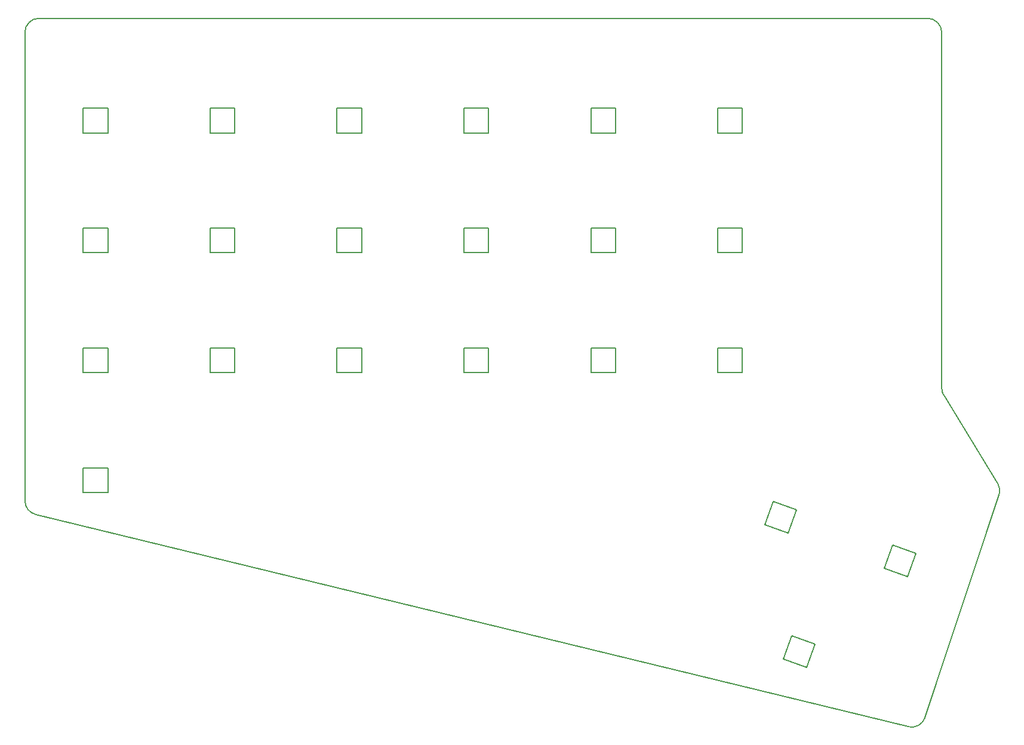
<source format=gbr>
%TF.GenerationSoftware,KiCad,Pcbnew,8.0.5*%
%TF.CreationDate,2024-09-15T18:20:55-04:00*%
%TF.ProjectId,theguy,74686567-7579-42e6-9b69-6361645f7063,v1.0.0*%
%TF.SameCoordinates,Original*%
%TF.FileFunction,Profile,NP*%
%FSLAX46Y46*%
G04 Gerber Fmt 4.6, Leading zero omitted, Abs format (unit mm)*
G04 Created by KiCad (PCBNEW 8.0.5) date 2024-09-15 18:20:55*
%MOMM*%
%LPD*%
G01*
G04 APERTURE LIST*
%TA.AperFunction,Profile*%
%ADD10C,0.150000*%
%TD*%
G04 APERTURE END LIST*
D10*
X190295343Y-92981311D02*
G75*
G02*
X190000001Y-91935298I1704657J1046011D01*
G01*
X185270054Y-139977234D02*
X61527207Y-109871558D01*
X190000000Y-41500000D02*
X190000000Y-91935298D01*
X198137959Y-107125273D02*
X187640501Y-138665512D01*
X188000000Y-39500000D02*
G75*
G02*
X190000000Y-41500000I0J-2000000D01*
G01*
X190295343Y-92981312D02*
X197944962Y-105447668D01*
X61527207Y-109871557D02*
G75*
G02*
X59999958Y-107928244I472793J1943357D01*
G01*
X197944962Y-105447668D02*
G75*
G02*
X198137974Y-107125278I-1704662J-1046032D01*
G01*
X62000000Y-39500000D02*
X188000000Y-39500000D01*
X187640502Y-138665512D02*
G75*
G02*
X185270044Y-139977275I-1897702J631612D01*
G01*
X60000000Y-41500000D02*
G75*
G02*
X62000000Y-39500000I2000000J0D01*
G01*
X60000000Y-107928244D02*
X60000000Y-41500000D01*
%TO.C,LED3*%
X68250000Y-69250000D02*
X68250000Y-72750000D01*
X68250000Y-72750000D02*
X71750000Y-72750000D01*
X71750000Y-69250000D02*
X68250000Y-69250000D01*
X71750000Y-72750000D02*
X71750000Y-69250000D01*
%TO.C,LED17*%
X158250000Y-86250000D02*
X158250000Y-89750000D01*
X158250000Y-89750000D02*
X161750000Y-89750000D01*
X161750000Y-86250000D02*
X158250000Y-86250000D01*
X161750000Y-89750000D02*
X161750000Y-86250000D01*
%TO.C,LED1*%
X68250000Y-103250000D02*
X68250000Y-106750000D01*
X68250000Y-106750000D02*
X71750000Y-106750000D01*
X71750000Y-103250000D02*
X68250000Y-103250000D01*
X71750000Y-106750000D02*
X71750000Y-103250000D01*
%TO.C,LED14*%
X140250000Y-86250000D02*
X140250000Y-89750000D01*
X140250000Y-89750000D02*
X143750000Y-89750000D01*
X143750000Y-86250000D02*
X140250000Y-86250000D01*
X143750000Y-89750000D02*
X143750000Y-86250000D01*
%TO.C,LED16*%
X140250000Y-52250000D02*
X140250000Y-55750000D01*
X140250000Y-55750000D02*
X143750000Y-55750000D01*
X143750000Y-52250000D02*
X140250000Y-52250000D01*
X143750000Y-55750000D02*
X143750000Y-52250000D01*
%TO.C,LED2*%
X68250000Y-86250000D02*
X68250000Y-89750000D01*
X68250000Y-89750000D02*
X71750000Y-89750000D01*
X71750000Y-86250000D02*
X68250000Y-86250000D01*
X71750000Y-89750000D02*
X71750000Y-86250000D01*
%TO.C,LED19*%
X158250000Y-52250000D02*
X158250000Y-55750000D01*
X158250000Y-55750000D02*
X161750000Y-55750000D01*
X161750000Y-52250000D02*
X158250000Y-52250000D01*
X161750000Y-55750000D02*
X161750000Y-52250000D01*
%TO.C,LED9*%
X104250000Y-69250000D02*
X104250000Y-72750000D01*
X104250000Y-72750000D02*
X107750000Y-72750000D01*
X107750000Y-69250000D02*
X104250000Y-69250000D01*
X107750000Y-72750000D02*
X107750000Y-69250000D01*
%TO.C,LED21*%
X181832877Y-117492799D02*
X185121801Y-118689869D01*
X183029947Y-114203875D02*
X181832877Y-117492799D01*
X185121801Y-118689869D02*
X186318871Y-115400945D01*
X186318871Y-115400945D02*
X183029947Y-114203875D01*
%TO.C,LED7*%
X86250000Y-52250000D02*
X86250000Y-55750000D01*
X86250000Y-55750000D02*
X89750000Y-55750000D01*
X89750000Y-52250000D02*
X86250000Y-52250000D01*
X89750000Y-55750000D02*
X89750000Y-52250000D01*
%TO.C,LED5*%
X86250000Y-86250000D02*
X86250000Y-89750000D01*
X86250000Y-89750000D02*
X89750000Y-89750000D01*
X89750000Y-86250000D02*
X86250000Y-86250000D01*
X89750000Y-89750000D02*
X89750000Y-86250000D01*
%TO.C,LED18*%
X158250000Y-69250000D02*
X158250000Y-72750000D01*
X158250000Y-72750000D02*
X161750000Y-72750000D01*
X161750000Y-69250000D02*
X158250000Y-69250000D01*
X161750000Y-72750000D02*
X161750000Y-69250000D01*
%TO.C,LED10*%
X104250000Y-52250000D02*
X104250000Y-55750000D01*
X104250000Y-55750000D02*
X107750000Y-55750000D01*
X107750000Y-52250000D02*
X104250000Y-52250000D01*
X107750000Y-55750000D02*
X107750000Y-52250000D01*
%TO.C,LED20*%
X164918410Y-111336437D02*
X168207334Y-112533507D01*
X166115480Y-108047513D02*
X164918410Y-111336437D01*
X168207334Y-112533507D02*
X169404404Y-109244583D01*
X169404404Y-109244583D02*
X166115480Y-108047513D01*
%TO.C,LED22*%
X167561301Y-130389392D02*
X170850225Y-131586462D01*
X168758371Y-127100468D02*
X167561301Y-130389392D01*
X170850225Y-131586462D02*
X172047295Y-128297538D01*
X172047295Y-128297538D02*
X168758371Y-127100468D01*
%TO.C,LED15*%
X140250000Y-69250000D02*
X140250000Y-72750000D01*
X140250000Y-72750000D02*
X143750000Y-72750000D01*
X143750000Y-69250000D02*
X140250000Y-69250000D01*
X143750000Y-72750000D02*
X143750000Y-69250000D01*
%TO.C,LED6*%
X86250000Y-69250000D02*
X86250000Y-72750000D01*
X86250000Y-72750000D02*
X89750000Y-72750000D01*
X89750000Y-69250000D02*
X86250000Y-69250000D01*
X89750000Y-72750000D02*
X89750000Y-69250000D01*
%TO.C,LED12*%
X122250000Y-69250000D02*
X122250000Y-72750000D01*
X122250000Y-72750000D02*
X125750000Y-72750000D01*
X125750000Y-69250000D02*
X122250000Y-69250000D01*
X125750000Y-72750000D02*
X125750000Y-69250000D01*
%TO.C,LED11*%
X122250000Y-86250000D02*
X122250000Y-89750000D01*
X122250000Y-89750000D02*
X125750000Y-89750000D01*
X125750000Y-86250000D02*
X122250000Y-86250000D01*
X125750000Y-89750000D02*
X125750000Y-86250000D01*
%TO.C,LED13*%
X122250000Y-52250000D02*
X122250000Y-55750000D01*
X122250000Y-55750000D02*
X125750000Y-55750000D01*
X125750000Y-52250000D02*
X122250000Y-52250000D01*
X125750000Y-55750000D02*
X125750000Y-52250000D01*
%TO.C,LED4*%
X68250000Y-52250000D02*
X68250000Y-55750000D01*
X68250000Y-55750000D02*
X71750000Y-55750000D01*
X71750000Y-52250000D02*
X68250000Y-52250000D01*
X71750000Y-55750000D02*
X71750000Y-52250000D01*
%TO.C,LED8*%
X104250000Y-86250000D02*
X104250000Y-89750000D01*
X104250000Y-89750000D02*
X107750000Y-89750000D01*
X107750000Y-86250000D02*
X104250000Y-86250000D01*
X107750000Y-89750000D02*
X107750000Y-86250000D01*
%TD*%
M02*

</source>
